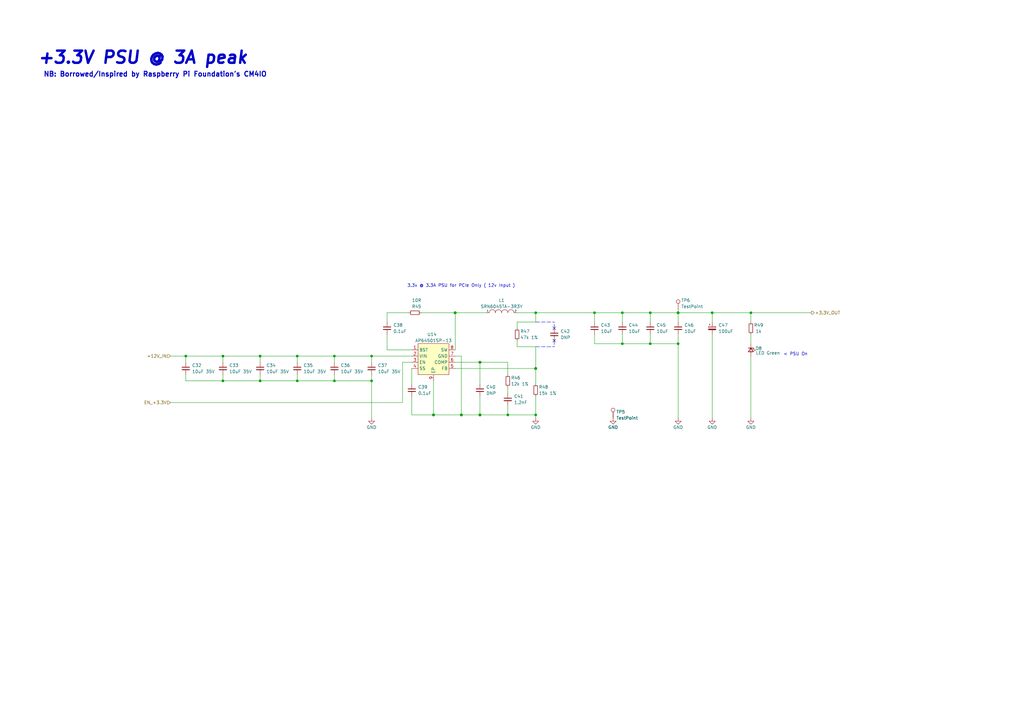
<source format=kicad_sch>
(kicad_sch (version 20211123) (generator eeschema)
  (paper "A3")
  (title_block (title "+3.3V PSU") (date "2021-11-20") (rev "4") (company "Copyright © 2022 Christian Kuhtz") (comment 2 "CERN-OHL-W v2 or later"))
  (lib_symbols
    (symbol "Capacitor_Tantalum_SMD_MyOwn:CP_EIA-7343-31_Kemet-D" (pin_numbers hide) (pin_names (offset 0.254) hide)
      (property "Reference" "C" (at 0.254 1.778 0))
      (property "Value" "CP_EIA-7343-31_Kemet-D" (at 0.254 -2.032 0))
      (symbol "CP_EIA-7343-31_Kemet-D_0_1"
        (rectangle (start -1.524 -0.3048) (end 1.524 -0.6858) (fill (type outline)))
        (rectangle (start -1.524 0.6858) (end 1.524 0.3048))
        (polyline (pts (xy -1.27 1.524) (xy -0.762 1.524)))
        (polyline (pts (xy -1.016 1.27) (xy -1.016 1.778)))
      )
      (symbol "CP_EIA-7343-31_Kemet-D_1_1"
        (pin passive line (at 0 2.54 270) (length 1.8542) (name "~") (number "1"))
        (pin passive line (at 0 -2.54 90) (length 1.8542) (name "~") (number "2"))
      )
    )
    (symbol "Connector:TestPoint" (pin_numbers hide) (pin_names (offset 0.762) hide)
      (property "Reference" "TP" (at 0 6.858 0))
      (property "Value" "TestPoint" (at 0 5.08 0))
      (symbol "TestPoint_0_1"
        (circle (center 0 3.302) (radius 0.762))
      )
      (symbol "TestPoint_1_1"
        (pin passive line (at 0 0 90) (length 2.54) (name "1") (number "1"))
      )
    )
    (symbol "Device:C_Small" (pin_numbers hide) (pin_names (offset 0.254) hide)
      (property "Reference" "C" (at 0.254 1.778 0))
      (property "Value" "C_Small" (at 0.254 -2.032 0))
      (symbol "C_Small_0_1"
        (polyline (pts (xy -1.524 -0.508) (xy 1.524 -0.508)) (stroke (width 0.3302)))
        (polyline (pts (xy -1.524 0.508) (xy 1.524 0.508)) (stroke (width 0.3048)))
      )
      (symbol "C_Small_1_1"
        (pin passive line (at 0 2.54 270) (length 2.032) (name "~") (number "1"))
        (pin passive line (at 0 -2.54 90) (length 2.032) (name "~") (number "2"))
      )
    )
    (symbol "Device:R_Small" (pin_numbers hide) (pin_names (offset 0.254) hide)
      (property "Reference" "R" (at 0.762 0.508 0))
      (property "Value" "R_Small" (at 0.762 -1.016 0))
      (symbol "R_Small_0_1"
        (rectangle (start -0.762 1.778) (end 0.762 -1.778) (stroke (width 0.2032)))
      )
      (symbol "R_Small_1_1"
        (pin passive line (at 0 2.54 270) (length 0.762) (name "~") (number "1"))
        (pin passive line (at 0 -2.54 90) (length 0.762) (name "~") (number "2"))
      )
    )
    (symbol "LED_SMD_LiteOn:LED Green" (pin_numbers hide) (pin_names (offset 0.254) hide)
      (property "Reference" "D" (at 0 5.08 0))
      (property "Value" "LED Green" (at -5.08 2.54 0))
      (symbol "LED Green_0_1"
        (polyline (pts (xy -0.762 -1.016) (xy -0.762 1.016)) (stroke (width 0.254)))
        (polyline (pts (xy 1.016 0) (xy -0.762 0)))
        (polyline (pts (xy 0.762 -1.016) (xy -0.762 0) (xy 0.762 1.016) (xy 0.762 -1.016)) (stroke (width 0.254)))
        (polyline (pts (xy 0 0.762) (xy -0.508 1.27) (xy -0.254 1.27) (xy -0.508 1.27) (xy -0.508 1.016)))
        (polyline (pts (xy 0.508 1.27) (xy 0 1.778) (xy 0.254 1.778) (xy 0 1.778) (xy 0 1.524)))
      )
      (symbol "LED Green_1_1"
        (pin passive line (at -2.54 0 0) (length 1.778) (name "K") (number "1"))
        (pin passive line (at 2.54 0 180) (length 1.778) (name "A") (number "2"))
      )
    )
    (symbol "Regulator_Switching_Diodes:AP64501SP-13"
      (property "Reference" "U" (at -0.635 10.16 0))
      (property "Value" "AP64501SP-13" (at 0 7.62 0))
      (symbol "AP64501SP-13_0_1"
        (rectangle (start -6.35 6.35) (end 6.35 -6.35) (fill (type background)))
      )
      (symbol "AP64501SP-13_1_1"
        (pin passive line (at -8.89 3.81 0) (length 2.54) (name "BST") (number "1"))
        (pin power_in line (at -8.89 1.27 0) (length 2.54) (name "VIN") (number "2"))
        (pin input line (at -8.89 -1.27 0) (length 2.54) (name "EN") (number "3"))
        (pin input line (at -8.89 -3.81 0) (length 2.54) (name "SS") (number "4"))
        (pin input line (at 8.89 -3.81 180) (length 2.54) (name "FB") (number "5"))
        (pin input line (at 8.89 -1.27 180) (length 2.54) (name "COMP") (number "6"))
        (pin power_in line (at 8.89 1.27 180) (length 2.54) (name "GND") (number "7"))
        (pin output line (at 8.89 3.81 180) (length 2.54) (name "SW") (number "8"))
        (pin power_in line (at 0 -8.89 90) (length 2.54) (name "EP") (number "9"))
      )
    )
    (symbol "power:GND" (power) (pin_names (offset 0))
      (property "Value" "GND" (at 0 -3.81 0))
      (symbol "GND_0_1"
        (polyline (pts (xy 0 0) (xy 0 -1.27) (xy 1.27 -1.27) (xy 0 -2.54) (xy -1.27 -1.27) (xy 0 -1.27)))
      )
      (symbol "GND_1_1"
        (pin power_in line (at 0 0 270) (length 0) hide (name "GND") (number "1"))
      )
    )
    (symbol "pspice:INDUCTOR" (pin_numbers hide) (pin_names (offset 0))
      (property "Reference" "L" (at 0 2.54 0))
      (property "Value" "INDUCTOR" (at 0 -1.27 0))
      (symbol "INDUCTOR_0_1"
        (arc (start -2.54 0) (mid -3.81 1.27) (end -5.08 0))
        (arc (start 0 0) (mid -1.27 1.27) (end -2.54 0))
        (arc (start 2.54 0) (mid 1.27 1.27) (end 0 0))
        (arc (start 5.08 0) (mid 3.81 1.27) (end 2.54 0))
      )
      (symbol "INDUCTOR_1_1"
        (pin input line (at -6.35 0 0) (length 1.27) (name "1") (number "1"))
        (pin input line (at 6.35 0 180) (length 1.27) (name "2") (number "2"))
      )
    )
  )
  (junction (at 266.7 128.27) (diameter 0.9144))
  (junction (at 106.68 146.05) (diameter 0.9144))
  (junction (at 255.27 128.27) (diameter 0.9144))
  (junction (at 76.2 146.05) (diameter 0.9144))
  (junction (at 243.84 128.27) (diameter 0.9144))
  (junction (at 106.68 156.21) (diameter 0.9144))
  (junction (at 196.85 170.18) (diameter 1.016))
  (junction (at 266.7 140.97) (diameter 0.9144))
  (junction (at 152.4 146.05) (diameter 0.9144))
  (junction (at 219.71 170.18) (diameter 0.9144))
  (junction (at 219.71 151.13) (diameter 1.016))
  (junction (at 152.4 156.21) (diameter 0.9144))
  (junction (at 307.975 128.27))
  (junction (at 292.1 128.27) (diameter 0.9144))
  (junction (at 208.28 170.18) (diameter 0.9144))
  (junction (at 137.16 156.21) (diameter 0.9144))
  (junction (at 121.92 156.21) (diameter 0.9144))
  (junction (at 219.71 128.27) (diameter 0.9144))
  (junction (at 278.13 128.27) (diameter 1.016))
  (junction (at 186.69 128.27) (diameter 1.016))
  (junction (at 189.23 170.18) (diameter 1.016))
  (junction (at 137.16 146.05) (diameter 0.9144))
  (junction (at 177.8 170.18) (diameter 1.016))
  (junction (at 255.27 140.97) (diameter 0.9144))
  (junction (at 121.92 146.05) (diameter 0.9144))
  (junction (at 91.44 146.05) (diameter 0.9144))
  (junction (at 278.13 140.97) (diameter 0.9144))
  (junction (at 91.44 156.21) (diameter 0.9144))
  (junction (at 196.85 148.59) (diameter 1.016))
  (no_connect (at 227.33 139.7))
  (no_connect (at 227.33 134.62))
  (wire (pts (xy 212.09 132.08) (xy 212.09 134.62)))
  (wire (pts (xy 76.2 153.67) (xy 76.2 156.21)))
  (wire (pts (xy 76.2 148.59) (xy 76.2 146.05)))
  (wire (pts (xy 243.84 132.08) (xy 243.84 128.27)))
  (wire (pts (xy 196.85 148.59) (xy 196.85 157.48)))
  (wire (pts (xy 91.44 153.67) (xy 91.44 156.21)))
  (wire (pts (xy 121.92 153.67) (xy 121.92 156.21)))
  (polyline (pts (xy 227.33 134.62) (xy 227.33 132.08)))
  (polyline (pts (xy 219.71 132.08) (xy 227.33 132.08)))
  (wire (pts (xy 186.69 146.05) (xy 189.23 146.05)))
  (wire (pts (xy 196.85 162.56) (xy 196.85 170.18)))
  (wire (pts (xy 186.69 148.59) (xy 196.85 148.59)))
  (wire (pts (xy 152.4 148.59) (xy 152.4 146.05)))
  (wire (pts (xy 243.84 137.16) (xy 243.84 140.97)))
  (wire (pts (xy 158.75 143.51) (xy 168.91 143.51)))
  (wire (pts (xy 177.8 156.21) (xy 177.8 170.18)))
  (wire (pts (xy 292.1 137.16) (xy 292.1 171.45)))
  (wire (pts (xy 255.27 140.97) (xy 266.7 140.97)))
  (wire (pts (xy 266.7 140.97) (xy 278.13 140.97)))
  (wire (pts (xy 243.84 140.97) (xy 255.27 140.97)))
  (wire (pts (xy 168.91 162.56) (xy 168.91 170.18)))
  (wire (pts (xy 152.4 156.21) (xy 152.4 171.45)))
  (wire (pts (xy 307.975 128.27) (xy 307.975 132.08)))
  (wire (pts (xy 158.75 128.27) (xy 158.75 132.08)))
  (wire (pts (xy 208.28 158.75) (xy 208.28 161.29)))
  (wire (pts (xy 189.23 146.05) (xy 189.23 170.18)))
  (wire (pts (xy 172.72 128.27) (xy 186.69 128.27)))
  (wire (pts (xy 212.09 132.08) (xy 219.71 132.08)))
  (wire (pts (xy 196.85 148.59) (xy 208.28 148.59)))
  (wire (pts (xy 219.71 128.27) (xy 243.84 128.27)))
  (wire (pts (xy 255.27 128.27) (xy 266.7 128.27)))
  (wire (pts (xy 243.84 128.27) (xy 255.27 128.27)))
  (wire (pts (xy 266.7 128.27) (xy 278.13 128.27)))
  (wire (pts (xy 76.2 156.21) (xy 91.44 156.21)))
  (wire (pts (xy 91.44 156.21) (xy 106.68 156.21)))
  (wire (pts (xy 137.16 156.21) (xy 152.4 156.21)))
  (wire (pts (xy 121.92 156.21) (xy 137.16 156.21)))
  (wire (pts (xy 106.68 156.21) (xy 121.92 156.21)))
  (wire (pts (xy 106.68 153.67) (xy 106.68 156.21)))
  (wire (pts (xy 121.92 148.59) (xy 121.92 146.05)))
  (wire (pts (xy 219.71 142.24) (xy 219.71 151.13)))
  (wire (pts (xy 219.71 162.56) (xy 219.71 170.18)))
  (wire (pts (xy 106.68 148.59) (xy 106.68 146.05)))
  (wire (pts (xy 69.85 165.1) (xy 165.1 165.1)))
  (wire (pts (xy 165.1 148.59) (xy 165.1 165.1)))
  (wire (pts (xy 168.91 151.13) (xy 168.91 157.48)))
  (wire (pts (xy 219.71 128.27) (xy 219.71 132.08)))
  (wire (pts (xy 255.27 137.16) (xy 255.27 140.97)))
  (polyline (pts (xy 219.71 142.24) (xy 227.33 142.24)))
  (polyline (pts (xy 227.33 139.7) (xy 227.33 142.24)))
  (wire (pts (xy 307.975 137.16) (xy 307.975 140.97)))
  (wire (pts (xy 212.09 139.7) (xy 212.09 142.24)))
  (wire (pts (xy 196.85 170.18) (xy 208.28 170.18)))
  (wire (pts (xy 208.28 170.18) (xy 219.71 170.18)))
  (wire (pts (xy 292.1 132.08) (xy 292.1 128.27)))
  (wire (pts (xy 278.13 132.08) (xy 278.13 128.27)))
  (wire (pts (xy 219.71 170.18) (xy 219.71 171.45)))
  (wire (pts (xy 121.92 146.05) (xy 137.16 146.05)))
  (wire (pts (xy 91.44 146.05) (xy 106.68 146.05)))
  (wire (pts (xy 106.68 146.05) (xy 121.92 146.05)))
  (wire (pts (xy 69.85 146.05) (xy 76.2 146.05)))
  (wire (pts (xy 76.2 146.05) (xy 91.44 146.05)))
  (wire (pts (xy 137.16 146.05) (xy 152.4 146.05)))
  (wire (pts (xy 219.71 151.13) (xy 219.71 157.48)))
  (wire (pts (xy 189.23 170.18) (xy 196.85 170.18)))
  (wire (pts (xy 212.09 142.24) (xy 219.71 142.24)))
  (wire (pts (xy 278.13 140.97) (xy 278.13 171.45)))
  (wire (pts (xy 186.69 128.27) (xy 186.69 143.51)))
  (wire (pts (xy 255.27 132.08) (xy 255.27 128.27)))
  (wire (pts (xy 177.8 170.18) (xy 189.23 170.18)))
  (wire (pts (xy 168.91 170.18) (xy 177.8 170.18)))
  (wire (pts (xy 152.4 146.05) (xy 168.91 146.05)))
  (wire (pts (xy 307.975 128.27) (xy 332.74 128.27)))
  (wire (pts (xy 152.4 153.67) (xy 152.4 156.21)))
  (wire (pts (xy 91.44 148.59) (xy 91.44 146.05)))
  (wire (pts (xy 137.16 148.59) (xy 137.16 146.05)))
  (wire (pts (xy 186.69 128.27) (xy 199.39 128.27)))
  (wire (pts (xy 158.75 137.16) (xy 158.75 143.51)))
  (wire (pts (xy 137.16 153.67) (xy 137.16 156.21)))
  (wire (pts (xy 278.13 128.27) (xy 292.1 128.27)))
  (wire (pts (xy 208.28 166.37) (xy 208.28 170.18)))
  (wire (pts (xy 266.7 132.08) (xy 266.7 128.27)))
  (wire (pts (xy 158.75 128.27) (xy 167.64 128.27)))
  (wire (pts (xy 186.69 151.13) (xy 219.71 151.13)))
  (wire (pts (xy 278.13 137.16) (xy 278.13 140.97)))
  (wire (pts (xy 208.28 148.59) (xy 208.28 153.67)))
  (wire (pts (xy 292.1 128.27) (xy 307.975 128.27)))
  (wire (pts (xy 266.7 137.16) (xy 266.7 140.97)))
  (wire (pts (xy 212.09 128.27) (xy 219.71 128.27)))
  (wire (pts (xy 307.975 146.05) (xy 307.975 171.45)))
  (wire (pts (xy 165.1 148.59) (xy 168.91 148.59)))
  (wire (pts (xy 278.13 127) (xy 278.13 128.27)))
  (text "NB: Borrowed/Inspired by Raspberry Pi Foundation's CM4IO" (at 17.78 31.75 0) (effects (font (size 2 2) (thickness 0.4) bold) (justify left bottom)))
  (text "3.3v @ 3.3A PSU for PCIe Only ( 12v Input )\n\n" (at 167.005 120.015 0) (effects (font (size 1.27 1.27)) (justify left bottom)))
  (text "+3.3V PSU @ 3A peak" (at 15.24 26.67 0) (effects (font (size 5 5) (thickness 1) bold italic) (justify left bottom)))
  (text "< PSU On" (at 321.31 146.05 0) (effects (font (size 1.27 1.27)) (justify left bottom)))
  (hierarchical_label "+12V_IN" (shape input) (at 69.85 146.05 180))
  (hierarchical_label "+3.3V_OUT" (shape output) (at 332.74 128.27 0))
  (hierarchical_label "EN_+3.3V" (shape input) (at 69.85 165.1 180))
  (symbol (lib_id "Device:C_Small") (at 168.91 160.02 0) (unit 1)
    (property "Reference" "C39" (at 171.45 158.75 0) (effects (justify left)))
    (property "Value" "0.1uF" (at 171.45 161.29 0) (effects (justify left)))
    (property "Footprint" "Capacitor_SMD:C_0402_1005Metric" (effects hide))
    (property "Manufacturer" "TDK" (effects hide))
    (property "MPN" "CGA2B1X7R1C104K050BC" (effects hide))
    (property "Part Description" "0.1uF 10% 16V Ceramic Capacitor X7R 0402 (1005 Metric)" (effects hide))
  )
  (symbol (lib_id "Device:C_Small") (at 121.92 151.13 0) (unit 1)
    (property "Reference" "C35" (at 124.46 149.86 0) (effects (justify left)))
    (property "Value" "10uF 35V" (at 124.46 152.4 0) (effects (justify left)))
    (property "Footprint" "Capacitor_SMD:C_1206_3216Metric" (effects hide))
    (property "Datasheet" "https://www.murata.com/en-global/products/productdetail.aspx?partno=GRM21BC8YA106ME11%23" (effects hide))
    (property "Manufacturer" "Murata" (effects hide))
    (property "MPN" "GRT31CC8YA106KE01L" (effects hide))
    (property "Field7" "Murata" (effects hide))
    (property "Part Description" "10uF 10% or 20% 35V Ceramic Capacitor X6S 1206 (3216 Metric)" (effects hide))
  )
  (symbol (lib_id "power:GND") (at 152.4 171.45 0) (unit 1)
    (property "Reference" "#PWR042" (effects hide))
    (property "Value" "GND" (at 152.4 175.26 0))
  )
  (symbol (lib_id "Connector:TestPoint") (at 251.46 171.45 0) (unit 1)
    (property "Reference" "TP5" (at 252.73 168.91 0) (effects (justify left)))
    (property "Value" "TestPoint" (at 252.73 171.45 0) (effects (justify left)))
    (property "Footprint" "TestPoint:TestPoint_Pad_D1.0mm" (effects hide))
    (property "Field4" "nf" (effects hide))
    (property "Field5" "nf" (effects hide))
    (property "Field6" "nf" (effects hide))
    (property "Field7" "nf" (effects hide))
  )
  (symbol (lib_id "Capacitor_Tantalum_SMD_MyOwn:CP_EIA-7343-31_Kemet-D") (at 292.1 134.62 0) (unit 1)
    (property "Reference" "C47" (at 294.64 133.35 0) (effects (justify left)))
    (property "Value" "100uF" (at 294.64 135.89 0) (effects (justify left)))
    (property "Footprint" "Capacitor_Tantalum_SMD_MyOwn:CP_EIA-7343-31_Kemet-D" (effects hide))
    (property "Manufacturer" "KEMET" (effects hide))
    (property "MPN" "T495D107K006ATE130" (effects hide))
    (property "Part Description" "Capacitor, SP-Cap, 100u, 6.3V,  (15mR ESR -- not available)" (effects hide))
  )
  (symbol (lib_id "Device:C_Small") (at 158.75 134.62 0) (unit 1)
    (property "Reference" "C38" (at 161.29 133.35 0) (effects (justify left)))
    (property "Value" "0.1uF" (at 161.29 135.89 0) (effects (justify left)))
    (property "Footprint" "Capacitor_SMD:C_0402_1005Metric" (effects hide))
    (property "Manufacturer" "TDK" (effects hide))
    (property "MPN" "CGA2B1X7R1C104K050BC" (effects hide))
    (property "Part Description" "0.1uF 10% 16V Ceramic Capacitor X7R 0402 (1005 Metric)" (effects hide))
  )
  (symbol (lib_id "Device:R_Small") (at 219.71 160.02 0) (unit 1)
    (property "Reference" "R48" (at 220.98 158.75 0) (effects (justify left)))
    (property "Value" "15k 1%" (at 220.98 161.29 0) (effects (justify left)))
    (property "Footprint" "Resistor_SMD:R_0402_1005Metric" (effects hide))
    (property "Manufacturer" "Yageo" (effects hide))
    (property "MPN" "AC0402FR-0715KL" (effects hide))
    (property "Part Description" "Resistor 15K M1005 1% 63mW" (effects hide))
  )
  (symbol (lib_id "Device:C_Small") (at 243.84 134.62 0) (unit 1)
    (property "Reference" "C43" (at 246.38 133.35 0) (effects (justify left)))
    (property "Value" "10uF" (at 246.38 135.89 0) (effects (justify left)))
    (property "Footprint" "Capacitor_SMD:C_0805_2012Metric" (effects hide))
    (property "Manufacturer" "Taiyo Yuden" (effects hide))
    (property "MPN" "LMK212B7106KG-TD" (effects hide))
    (property "Part Description" "10uF 10% 10V Ceramic Capacitor X7R 0805 (2012 Metric)" (effects hide))
  )
  (symbol (lib_id "Device:R_Small") (at 170.18 128.27 270) (unit 1)
    (property "Reference" "R45" (at 168.91 125.73 90) (effects (justify left)))
    (property "Value" "10R" (at 168.91 123.19 90) (effects (justify left)))
    (property "Footprint" "Resistor_SMD:R_0402_1005Metric" (effects hide))
    (property "Manufacturer" "Yageo" (effects hide))
    (property "MPN" "AC0402FR-0710RL" (effects hide))
    (property "Part Description" "Resistor 10R M1005 1% 63mW" (effects hide))
  )
  (symbol (lib_id "Device:C_Small") (at 255.27 134.62 0) (unit 1)
    (property "Reference" "C44" (at 257.81 133.35 0) (effects (justify left)))
    (property "Value" "10uF" (at 257.81 135.89 0) (effects (justify left)))
    (property "Footprint" "Capacitor_SMD:C_0805_2012Metric" (effects hide))
    (property "Manufacturer" "Taiyo Yuden" (effects hide))
    (property "MPN" "LMK212B7106KG-TD" (effects hide))
    (property "Part Description" "10uF 10% 10V Ceramic Capacitor X7R 0805 (2012 Metric)" (effects hide))
  )
  (symbol (lib_id "Device:C_Small") (at 278.13 134.62 0) (unit 1)
    (property "Reference" "C46" (at 280.67 133.35 0) (effects (justify left)))
    (property "Value" "10uF" (at 280.67 135.89 0) (effects (justify left)))
    (property "Footprint" "Capacitor_SMD:C_0805_2012Metric" (effects hide))
    (property "Manufacturer" "Taiyo Yuden" (effects hide))
    (property "MPN" "LMK212B7106KG-TD" (effects hide))
    (property "Part Description" "10uF 10% 10V Ceramic Capacitor X7R 0805 (2012 Metric)" (effects hide))
  )
  (symbol (lib_id "LED_SMD_LiteOn:LED Green") (at 307.975 143.51 270) (unit 1)
    (property "Reference" "D8" (at 311.15 142.875 90))
    (property "Value" "LED Green" (at 314.96 144.78 90))
    (property "Footprint" "LED_SMD_LiteOn:LED_0603_1608Metric_green" (effects hide))
    (property "Manufacturer" "Lite-On" (effects hide))
    (property "MPN" "LTST-C193KGKT-5A" (effects hide))
  )
  (symbol (lib_id "Device:C_Small") (at 227.33 137.16 0) (unit 1) (in_bom no) (on_board no)
    (property "Reference" "C42" (at 229.87 135.89 0) (effects (justify left)))
    (property "Value" "DNP" (at 229.87 138.43 0) (effects (justify left)))
    (property "Footprint" "Capacitor_SMD:C_0402_1005Metric" (effects hide))
  )
  (symbol (lib_id "power:GND") (at 292.1 171.45 0) (unit 1)
    (property "Reference" "#PWR046" (effects hide))
    (property "Value" "GND" (at 292.1 175.26 0))
  )
  (symbol (lib_id "Device:R_Small") (at 307.975 134.62 0) (unit 1)
    (property "Reference" "R49" (at 311.15 133.35 0))
    (property "Value" "1k" (at 311.15 135.89 0))
    (property "Footprint" "Resistor_SMD:R_0402_1005Metric" (effects hide))
  )
  (symbol (lib_id "Device:R_Small") (at 208.28 156.21 0) (unit 1)
    (property "Reference" "R46" (at 209.55 154.94 0) (effects (justify left)))
    (property "Value" "12k 1%" (at 209.55 157.48 0) (effects (justify left)))
    (property "Footprint" "Resistor_SMD:R_0402_1005Metric" (effects hide))
    (property "Manufacturer" "Yageo" (effects hide))
    (property "MPN" "AC0402FR-0712KL" (effects hide))
    (property "Part Description" "Resistor 12K M1005 1% 63mW" (effects hide))
  )
  (symbol (lib_id "Device:C_Small") (at 91.44 151.13 0) (unit 1)
    (property "Reference" "C33" (at 93.98 149.86 0) (effects (justify left)))
    (property "Value" "10uF 35V" (at 93.98 152.4 0) (effects (justify left)))
    (property "Footprint" "Capacitor_SMD:C_1206_3216Metric" (effects hide))
    (property "Datasheet" "https://www.murata.com/en-global/products/productdetail.aspx?partno=GRM21BC8YA106ME11%23" (effects hide))
    (property "Manufacturer" "Murata" (effects hide))
    (property "MPN" "GRT31CC8YA106KE01L" (effects hide))
    (property "Field7" "Murata" (effects hide))
    (property "Part Description" "10uF 10% or 20% 35V Ceramic Capacitor X6S 1206 (3216 Metric)" (effects hide))
  )
  (symbol (lib_id "pspice:INDUCTOR") (at 205.74 128.27 0) (unit 1)
    (property "Reference" "L1" (at 205.74 123.19 0))
    (property "Value" "SRN6045TA-3R3Y" (at 205.74 125.73 0))
    (property "Footprint" "Inductor_SMD:L_Bourns_SRN6045TA" (effects hide))
    (property "Datasheet" "https://www.bourns.com/docs/Product-Datasheets/SRN6045TA.pdf" (effects hide))
    (property "Manufacturer" "Bourns" (effects hide))
    (property "MPN" "SRN6045TA-3R3Y" (effects hide))
    (property "Part Description" "3.3µH Semi-Shielded Wirewound Inductor 7.8A 21mOhm Nonstandard" (effects hide))
  )
  (symbol (lib_id "Device:C_Small") (at 208.28 163.83 0) (unit 1)
    (property "Reference" "C41" (at 210.82 162.56 0) (effects (justify left)))
    (property "Value" "1.2nF" (at 210.82 165.1 0) (effects (justify left)))
    (property "Footprint" "Capacitor_SMD:C_0402_1005Metric" (effects hide))
    (property "Manufacturer" "Murata" (effects hide))
    (property "MPN" "GCM155R71H122KA37D" (effects hide))
    (property "Part Description" "1200pF 10% 10V Ceramic Capacitor X5R 0402 (1005 Metric)" (effects hide))
  )
  (symbol (lib_id "Device:C_Small") (at 76.2 151.13 0) (unit 1)
    (property "Reference" "C32" (at 78.74 149.86 0) (effects (justify left)))
    (property "Value" "10uF 35V" (at 78.74 152.4 0) (effects (justify left)))
    (property "Footprint" "Capacitor_SMD:C_1206_3216Metric" (effects hide))
    (property "Datasheet" "https://www.murata.com/en-global/products/productdetail.aspx?partno=GRM21BC8YA106ME11%23" (effects hide))
    (property "Manufacturer" "Murata" (effects hide))
    (property "MPN" "GRT31CC8YA106KE01L" (effects hide))
    (property "Field7" "Murata" (effects hide))
    (property "Part Description" "10uF 10% or 20% 35V Ceramic Capacitor X6S 1206 (3216 Metric)" (effects hide))
  )
  (symbol (lib_id "power:GND") (at 307.975 171.45 0) (unit 1)
    (property "Reference" "#PWR047" (effects hide))
    (property "Value" "GND" (at 307.975 175.26 0))
  )
  (symbol (lib_id "Device:C_Small") (at 266.7 134.62 0) (unit 1)
    (property "Reference" "C45" (at 269.24 133.35 0) (effects (justify left)))
    (property "Value" "10uF" (at 269.24 135.89 0) (effects (justify left)))
    (property "Footprint" "Capacitor_SMD:C_0805_2012Metric" (effects hide))
    (property "Manufacturer" "Taiyo Yuden" (effects hide))
    (property "MPN" "LMK212B7106KG-TD" (effects hide))
    (property "Part Description" "10uF 10% 10V Ceramic Capacitor X7R 0805 (2012 Metric)" (effects hide))
  )
  (symbol (lib_id "Device:C_Small") (at 137.16 151.13 0) (unit 1)
    (property "Reference" "C36" (at 139.7 149.86 0) (effects (justify left)))
    (property "Value" "10uF 35V" (at 139.7 152.4 0) (effects (justify left)))
    (property "Footprint" "Capacitor_SMD:C_1206_3216Metric" (effects hide))
    (property "Datasheet" "https://www.murata.com/en-global/products/productdetail.aspx?partno=GRM21BC8YA106ME11%23" (effects hide))
    (property "Manufacturer" "Murata" (effects hide))
    (property "MPN" "GRT31CC8YA106KE01L" (effects hide))
    (property "Field7" "Murata" (effects hide))
    (property "Part Description" "10uF 10% or 20% 35V Ceramic Capacitor X6S 1206 (3216 Metric)" (effects hide))
  )
  (symbol (lib_id "power:GND") (at 278.13 171.45 0) (unit 1)
    (property "Reference" "#PWR045" (effects hide))
    (property "Value" "GND" (at 278.13 175.26 0))
  )
  (symbol (lib_id "Device:R_Small") (at 212.09 137.16 0) (unit 1)
    (property "Reference" "R47" (at 213.36 135.89 0) (effects (justify left)))
    (property "Value" "47k 1%" (at 213.36 138.43 0) (effects (justify left)))
    (property "Footprint" "Resistor_SMD:R_0402_1005Metric" (effects hide))
    (property "Manufacturer" "Yageo" (effects hide))
    (property "MPN" "RC0402FR-0747KL" (effects hide))
    (property "Part Description" "Resistor 47K M1005 1% 63mW" (effects hide))
  )
  (symbol (lib_id "Regulator_Switching_Diodes:AP64501SP-13") (at 177.8 147.32 0) (unit 1)
    (property "Reference" "U14" (at 177.165 137.16 0))
    (property "Value" "AP64501SP-13" (at 177.8 139.7 0))
    (property "Footprint" "Regulator_Switching_Diodes:SOIC-8-1EP_3.9x4.9mm_P1.27mm_EP2.95x4.9mm_Mask2.71x3.4mm_ThermalVias" (effects hide))
    (property "Manufacturer" "Diodes" (effects hide))
    (property "MPN" "AP64501SP-13" (effects hide))
  )
  (symbol (lib_id "Device:C_Small") (at 106.68 151.13 0) (unit 1)
    (property "Reference" "C34" (at 109.22 149.86 0) (effects (justify left)))
    (property "Value" "10uF 35V" (at 109.22 152.4 0) (effects (justify left)))
    (property "Footprint" "Capacitor_SMD:C_1206_3216Metric" (effects hide))
    (property "Datasheet" "https://www.murata.com/en-global/products/productdetail.aspx?partno=GRM21BC8YA106ME11%23" (effects hide))
    (property "Manufacturer" "Murata" (effects hide))
    (property "MPN" "GRT31CC8YA106KE01L" (effects hide))
    (property "Field7" "Murata" (effects hide))
    (property "Part Description" "10uF 10% or 20% 35V Ceramic Capacitor X6S 1206 (3216 Metric)" (effects hide))
  )
  (symbol (lib_id "Connector:TestPoint") (at 278.13 127 0) (unit 1)
    (property "Reference" "TP6" (at 279.4 123.19 0) (effects (justify left)))
    (property "Value" "TestPoint" (at 279.4 125.73 0) (effects (justify left)))
    (property "Footprint" "TestPoint:TestPoint_Pad_D1.0mm" (effects hide))
    (property "Field4" "nf" (effects hide))
    (property "Field5" "nf" (effects hide))
    (property "Field6" "nf" (effects hide))
    (property "Field7" "nf" (effects hide))
  )
  (symbol (lib_id "power:GND") (at 251.46 171.45 0) (unit 1)
    (property "Reference" "#PWR044" (effects hide))
    (property "Value" "GND" (at 251.46 175.26 0))
  )
  (symbol (lib_id "Device:C_Small") (at 196.85 160.02 0) (unit 1)
    (property "Reference" "C40" (at 199.39 158.75 0) (effects (justify left)))
    (property "Value" "DNP" (at 199.39 161.29 0) (effects (justify left)))
    (property "Footprint" "Capacitor_SMD:C_0402_1005Metric" (effects hide))
  )
  (symbol (lib_id "power:GND") (at 219.71 171.45 0) (unit 1)
    (property "Reference" "#PWR043" (effects hide))
    (property "Value" "GND" (at 219.71 175.26 0))
  )
  (symbol (lib_id "Device:C_Small") (at 152.4 151.13 0) (unit 1)
    (property "Reference" "C37" (at 154.94 149.86 0) (effects (justify left)))
    (property "Value" "10uF 35V" (at 154.94 152.4 0) (effects (justify left)))
    (property "Footprint" "Capacitor_SMD:C_1206_3216Metric" (effects hide))
    (property "Datasheet" "https://www.murata.com/en-global/products/productdetail.aspx?partno=GRM21BC8YA106ME11%23" (effects hide))
    (property "Manufacturer" "Murata" (effects hide))
    (property "MPN" "GRT31CC8YA106KE01L" (effects hide))
    (property "Field7" "Murata" (effects hide))
    (property "Part Description" "10uF 10% or 20% 35V Ceramic Capacitor X6S 1206 (3216 Metric)" (effects hide))
  )
)
</source>
